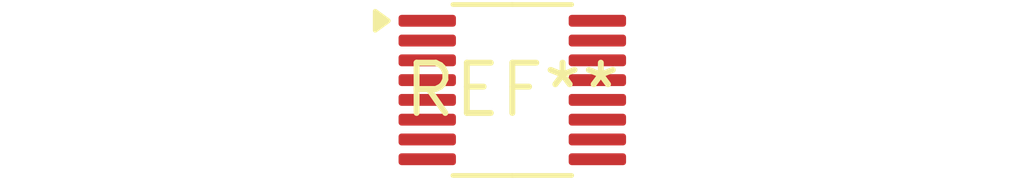
<source format=kicad_pcb>
(kicad_pcb (version 20240108) (generator pcbnew)
  (layers (0 "F.Cu" signal) (31 "B.Cu" signal) (34 "B.Paste" user) (35 "F.Paste" user) (36 "B.SilkS" user "B.Silkscreen") (37 "F.SilkS" user "F.Silkscreen") (38 "B.Mask" user) (39 "F.Mask" user) (44 "Edge.Cuts" user))
  (net 0 "")
  (footprint "MSOP-16_3x4mm_P0.5mm" (layer "F.Cu") (at 0 0)
    (property "Reference" "REF**")
    (property "Value" "MSOP-16_3x4mm_P0.5mm")
    (fp_line (start 0 -2.16) (end -1.5 -2.16) (layer "F.SilkS") (stroke (width 0.12)))
    (fp_line (start 0 -2.16) (end 1.5 -2.16) (layer "F.SilkS") (stroke (width 0.12)))
    (fp_line (start 0 2.16) (end -1.5 2.16) (layer "F.SilkS") (stroke (width 0.12)))
    (fp_line (start 0 2.16) (end 1.5 2.16) (layer "F.SilkS") (stroke (width 0.12)))
    (fp_poly (pts (xy -3.135 -1.75) (xy -3.465 -1.99) (xy -3.465 -1.51) (xy -3.135 -1.75)) (layer "F.SilkS") (stroke (width 0.12)) (fill solid))
    (pad "1" smd roundrect (at -2.15 -1.75) (size 1.45 0.3) (layers "F.Cu" "F.Paste" "F.Mask"))
    (pad "2" smd roundrect (at -2.15 -1.25) (size 1.45 0.3) (layers "F.Cu" "F.Paste" "F.Mask"))
    (pad "3" smd roundrect (at -2.15 -0.75) (size 1.45 0.3) (layers "F.Cu" "F.Paste" "F.Mask"))
    (pad "4" smd roundrect (at -2.15 -0.25) (size 1.45 0.3) (layers "F.Cu" "F.Paste" "F.Mask"))
    (pad "5" smd roundrect (at -2.15 0.25) (size 1.45 0.3) (layers "F.Cu" "F.Paste" "F.Mask"))
    (pad "6" smd roundrect (at -2.15 0.75) (size 1.45 0.3) (layers "F.Cu" "F.Paste" "F.Mask"))
    (pad "7" smd roundrect (at -2.15 1.25) (size 1.45 0.3) (layers "F.Cu" "F.Paste" "F.Mask"))
    (pad "8" smd roundrect (at -2.15 1.75) (size 1.45 0.3) (layers "F.Cu" "F.Paste" "F.Mask"))
    (pad "9" smd roundrect (at 2.15 1.75) (size 1.45 0.3) (layers "F.Cu" "F.Paste" "F.Mask"))
    (pad "10" smd roundrect (at 2.15 1.25) (size 1.45 0.3) (layers "F.Cu" "F.Paste" "F.Mask"))
    (pad "11" smd roundrect (at 2.15 0.75) (size 1.45 0.3) (layers "F.Cu" "F.Paste" "F.Mask"))
    (pad "12" smd roundrect (at 2.15 0.25) (size 1.45 0.3) (layers "F.Cu" "F.Paste" "F.Mask"))
    (pad "13" smd roundrect (at 2.15 -0.25) (size 1.45 0.3) (layers "F.Cu" "F.Paste" "F.Mask"))
    (pad "14" smd roundrect (at 2.15 -0.75) (size 1.45 0.3) (layers "F.Cu" "F.Paste" "F.Mask"))
    (pad "15" smd roundrect (at 2.15 -1.25) (size 1.45 0.3) (layers "F.Cu" "F.Paste" "F.Mask"))
    (pad "16" smd roundrect (at 2.15 -1.75) (size 1.45 0.3) (layers "F.Cu" "F.Paste" "F.Mask"))
  )
)
</source>
